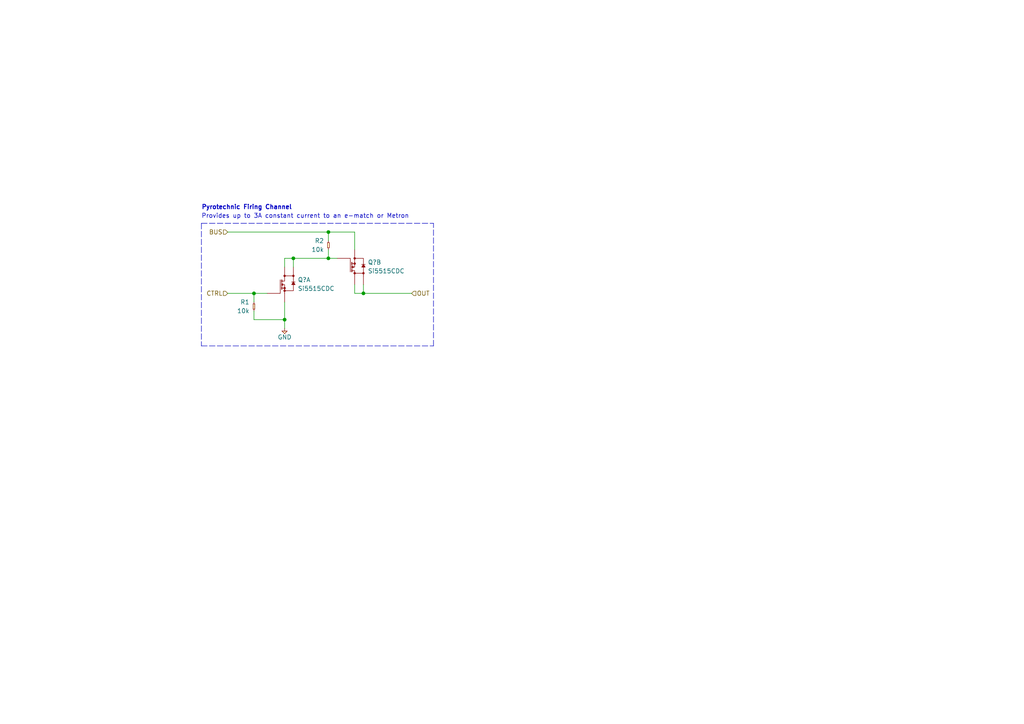
<source format=kicad_sch>
(kicad_sch (version 20211123) (generator eeschema)
  (paper "A4")
  (lib_symbols
    (symbol "Strix:GND" (power) (pin_numbers hide) (pin_names (offset 1.016) hide)
      (property "Value" "GND" (at 0 -2.54 0))
      (symbol "GND_0_1"
        (polyline (pts (xy 0 0) (xy 0 -0.762)))
        (polyline (pts (xy -0.762 -0.762) (xy 0.762 -0.762) (xy 0 -1.524) (xy -0.762 -0.762)) (fill (type background)))
      )
      (symbol "GND_1_1"
        (pin power_in line (at 0 0 180) (length 0) hide (name "GND") (number "1"))
      )
    )
    (symbol "Strix:R" (pin_numbers hide) (pin_names (offset 1.016) hide)
      (property "Reference" "R" (at 1.27 1.27 0))
      (property "Value" "R" (at 1.27 -1.27 0))
      (symbol "R_0_1"
        (rectangle (start 0.508 0.254) (end 2.032 -0.254) (fill (type background)))
      )
      (symbol "R_1_1"
        (pin passive line (at 0 0 0) (length 0.508) (name "~") (number "1"))
        (pin passive line (at 2.54 0 180) (length 0.508) (name "~") (number "2"))
      )
    )
    (symbol "Strix:Si5515CDC" (pin_numbers hide) (pin_names (offset 0) hide)
      (property "Reference" "Q" (at 3.81 1.27 0))
      (property "Value" "Si5515CDC" (at 3.81 -1.27 0))
      (symbol "Si5515CDC_0_1"
        (circle (center 0 -1.778) (radius 0.254) (fill (type outline)))
        (polyline (pts (xy 2.032 0.762) (xy 3.048 0.762)))
        (polyline (pts (xy -0.762 -1.016) (xy 0 -1.016) (xy 0 -2.54)))
        (polyline (pts (xy -0.762 1.016) (xy 0 1.016) (xy 0 2.54)))
        (polyline (pts (xy 0 -1.778) (xy 2.54 -1.778) (xy 2.54 2.54) (xy 0 2.54)))
        (polyline (pts (xy 2.54 0.762) (xy 2.032 0) (xy 3.048 0) (xy 2.54 0.762)) (fill (type outline)))
        (polyline (pts (xy -0.762 -0.635) (xy -0.889 -0.635) (xy -0.889 -1.397) (xy -0.762 -1.397) (xy -0.762 -0.635)))
        (polyline (pts (xy -0.762 0.381) (xy -0.889 0.381) (xy -0.889 -0.381) (xy -0.762 -0.381) (xy -0.762 0.381)))
        (polyline (pts (xy -0.762 1.397) (xy -0.889 1.397) (xy -0.889 0.635) (xy -0.762 0.635) (xy -0.762 1.397)))
        (circle (center 0 2.54) (radius 0.254) (fill (type outline)))
      )
      (symbol "Si5515CDC_1_1"
        (circle (center 0 -1.016) (radius 0.254) (fill (type outline)))
        (polyline (pts (xy -1.27 -2.54) (xy -1.27 1.397)))
        (polyline (pts (xy -0.762 0) (xy 0 0) (xy 0 -1.016)))
        (polyline (pts (xy -0.762 0) (xy -0.508 0.254) (xy -0.508 -0.254) (xy -0.762 0)))
        (circle (center 2.54 2.54) (radius 0.254) (fill (type outline)))
        (pin passive line (at 0 -5.08 90) (length 2.54) (name "S1") (number "1"))
        (pin passive line (at -5.08 -2.54 0) (length 3.81) (name "G1") (number "2"))
        (pin passive line (at 0 5.08 270) (length 2.54) (name "D1") (number "7"))
        (pin passive line (at 2.54 5.08 270) (length 2.54) (name "D1") (number "8"))
      )
      (symbol "Si5515CDC_2_1"
        (polyline (pts (xy -1.27 2.54) (xy -1.27 -1.397)))
        (polyline (pts (xy 2.54 -1.778) (xy 2.54 -2.54)))
        (polyline (pts (xy -0.762 0) (xy 0 0) (xy 0 1.016)))
        (polyline (pts (xy -0.508 0.254) (xy -0.508 -0.254) (xy -0.254 0) (xy -0.508 0.254)))
        (circle (center 0 1.016) (radius 0.254) (fill (type outline)))
        (circle (center 2.54 -1.778) (radius 0.254) (fill (type outline)))
        (pin passive line (at 0 5.08 270) (length 2.54) (name "S2") (number "3"))
        (pin passive line (at -5.08 2.54 0) (length 3.81) (name "G2") (number "4"))
        (pin passive line (at 0 -5.08 90) (length 2.54) (name "D2") (number "5"))
        (pin passive line (at 2.54 -5.08 90) (length 2.54) (name "D2") (number "6"))
      )
    )
  )
  (junction (at 73.66 85.09))
  (junction (at 85.09 74.93))
  (junction (at 95.25 67.31))
  (junction (at 95.25 74.93))
  (junction (at 82.55 92.71))
  (junction (at 105.41 85.09))
  (polyline (pts (xy 125.73 100.33) (xy 125.73 64.77)))
  (wire (pts (xy 66.04 67.31) (xy 95.25 67.31)))
  (wire (pts (xy 77.47 85.09) (xy 73.66 85.09)))
  (wire (pts (xy 82.55 92.71) (xy 82.55 95.25)))
  (wire (pts (xy 97.79 74.93) (xy 95.25 74.93)))
  (wire (pts (xy 102.87 67.31) (xy 102.87 72.39)))
  (wire (pts (xy 82.55 74.93) (xy 82.55 77.47)))
  (wire (pts (xy 85.09 74.93) (xy 85.09 77.47)))
  (wire (pts (xy 66.04 85.09) (xy 73.66 85.09)))
  (wire (pts (xy 95.25 67.31) (xy 102.87 67.31)))
  (wire (pts (xy 73.66 90.17) (xy 73.66 92.71)))
  (wire (pts (xy 95.25 74.93) (xy 85.09 74.93)))
  (wire (pts (xy 82.55 92.71) (xy 73.66 92.71)))
  (wire (pts (xy 85.09 74.93) (xy 82.55 74.93)))
  (wire (pts (xy 105.41 82.55) (xy 105.41 85.09)))
  (wire (pts (xy 102.87 82.55) (xy 102.87 85.09)))
  (wire (pts (xy 82.55 87.63) (xy 82.55 92.71)))
  (polyline (pts (xy 58.42 64.77) (xy 58.42 100.33)))
  (wire (pts (xy 95.25 72.39) (xy 95.25 74.93)))
  (wire (pts (xy 102.87 85.09) (xy 105.41 85.09)))
  (wire (pts (xy 73.66 85.09) (xy 73.66 87.63)))
  (polyline (pts (xy 58.42 64.77) (xy 125.73 64.77)))
  (wire (pts (xy 105.41 85.09) (xy 119.38 85.09)))
  (polyline (pts (xy 58.42 100.33) (xy 125.73 100.33)))
  (wire (pts (xy 95.25 69.85) (xy 95.25 67.31)))
  (text "Provides up to 3A constant current to an e-match or Metron" (at 58.42 63.5 0) (effects (font (size 1.27 1.27)) (justify left bottom)))
  (text "Pyrotechnic Firing Channel" (at 58.42 60.96 0) (effects (font (size 1.27 1.27) (thickness 0.254) bold) (justify left bottom)))
  (hierarchical_label "OUT" (shape input) (at 119.38 85.09 0))
  (hierarchical_label "CTRL" (shape input) (at 66.04 85.09 180))
  (hierarchical_label "BUS" (shape input) (at 66.04 67.31 180))
  (symbol (lib_id "Strix:Si5515CDC") (at 102.87 77.47 0) (unit 2)
    (property "Reference" "Q?" (at 106.68 76.0729 0) (effects (justify left)))
    (property "Value" "Si5515CDC" (at 106.68 78.6129 0) (effects (justify left)))
    (property "Footprint" "agg:ChipFET-1206-8" (effects hide))
    (property "Datasheet" "http://www.vishay.com/docs/68747/si5515cd.pdf" (effects hide))
    (property "Farnell" "2335332" (effects hide))
  )
  (symbol (lib_id "Strix:Si5515CDC") (at 82.55 82.55 0) (unit 1)
    (property "Reference" "Q?" (at 86.36 81.1529 0) (effects (justify left)))
    (property "Value" "Si5515CDC" (at 86.36 83.6929 0) (effects (justify left)))
    (property "Footprint" "agg:ChipFET-1206-8" (effects hide))
    (property "Datasheet" "http://www.vishay.com/docs/68747/si5515cd.pdf" (effects hide))
    (property "Farnell" "2335332" (effects hide))
  )
  (symbol (lib_id "Strix:GND") (at 82.55 95.25 0) (unit 1)
    (property "Reference" "#PWR?" (effects hide))
    (property "Value" "GND" (at 82.55 97.79 0))
  )
  (symbol (lib_id "Strix:R") (at 95.25 72.39 90) (unit 1)
    (property "Reference" "R2" (at 93.98 69.85 90) (effects (justify left)))
    (property "Value" "10k" (at 93.98 72.39 90) (effects (justify left)))
  )
  (symbol (lib_id "Strix:R") (at 73.66 90.17 90) (unit 1)
    (property "Reference" "R1" (at 72.39 87.63 90) (effects (justify left)))
    (property "Value" "10k" (at 72.39 90.17 90) (effects (justify left)))
  )
)
</source>
